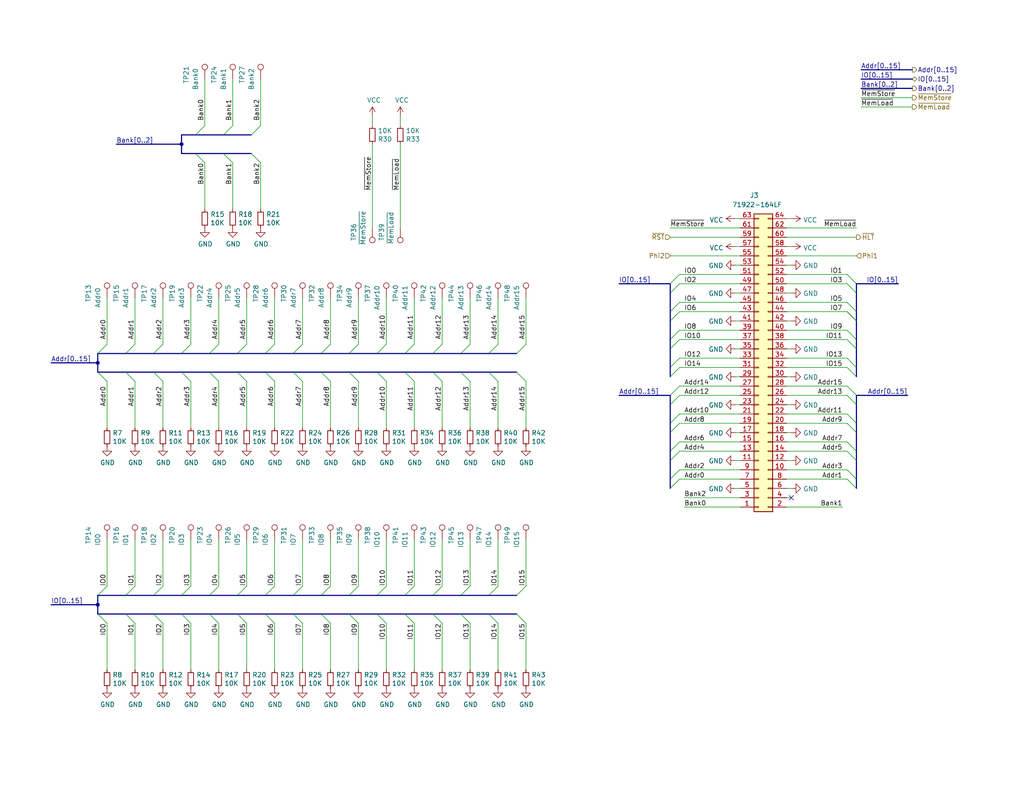
<source format=kicad_sch>
(kicad_sch (version 20250114) (generator "eeschema") (generator_version "9.0")
  (paper "USLetter")
  (title_block (title "Turtle16: System Bus Connector") (date "2023-11-27") (rev "A") (comment 4 "Peripheral devices on separate boards connect to the system bus here."))
  (junction (at 26.67 165.1))
  (junction (at 49.53 39.37))
  (junction (at 26.67 99.06))
  (no_connect (at 215.9 135.89))
  (bus_entry (at 71.12 44.45) (size -2.54 -2.54))
  (bus_entry (at 128.27 160.02) (size -2.54 2.54))
  (bus_entry (at 59.69 160.02) (size -2.54 2.54))
  (bus_entry (at 135.89 170.18) (size -2.54 -2.54))
  (bus_entry (at 185.42 97.79) (size -2.54 2.54))
  (bus_entry (at 231.14 74.93) (size 2.54 2.54))
  (bus_entry (at 55.88 44.45) (size -2.54 -2.54))
  (bus_entry (at 233.68 125.73) (size -2.54 -2.54))
  (bus_entry (at 185.42 105.41) (size -2.54 2.54))
  (bus_entry (at 63.5 34.29) (size -2.54 2.54))
  (bus_entry (at 90.17 93.98) (size -2.54 2.54))
  (bus_entry (at 233.68 115.57) (size -2.54 -2.54))
  (bus_entry (at 185.42 77.47) (size -2.54 2.54))
  (bus_entry (at 185.42 128.27) (size -2.54 2.54))
  (bus_entry (at 82.55 104.14) (size -2.54 -2.54))
  (bus_entry (at 82.55 93.98) (size -2.54 2.54))
  (bus_entry (at 135.89 93.98) (size -2.54 2.54))
  (bus_entry (at 105.41 160.02) (size -2.54 2.54))
  (bus_entry (at 52.07 170.18) (size -2.54 -2.54))
  (bus_entry (at 36.83 104.14) (size -2.54 -2.54))
  (bus_entry (at 90.17 160.02) (size -2.54 2.54))
  (bus_entry (at 29.21 104.14) (size -2.54 -2.54))
  (bus_entry (at 233.68 118.11) (size -2.54 -2.54))
  (bus_entry (at 97.79 104.14) (size -2.54 -2.54))
  (bus_entry (at 63.5 44.45) (size -2.54 -2.54))
  (bus_entry (at 113.03 160.02) (size -2.54 2.54))
  (bus_entry (at 135.89 104.14) (size -2.54 -2.54))
  (bus_entry (at 97.79 170.18) (size -2.54 -2.54))
  (bus_entry (at 231.14 85.09) (size 2.54 2.54))
  (bus_entry (at 52.07 104.14) (size -2.54 -2.54))
  (bus_entry (at 67.31 160.02) (size -2.54 2.54))
  (bus_entry (at 44.45 104.14) (size -2.54 -2.54))
  (bus_entry (at 44.45 93.98) (size -2.54 2.54))
  (bus_entry (at 67.31 93.98) (size -2.54 2.54))
  (bus_entry (at 97.79 93.98) (size -2.54 2.54))
  (bus_entry (at 29.21 93.98) (size -2.54 2.54))
  (bus_entry (at 113.03 170.18) (size -2.54 -2.54))
  (bus_entry (at 44.45 160.02) (size -2.54 2.54))
  (bus_entry (at 185.42 82.55) (size -2.54 2.54))
  (bus_entry (at 128.27 104.14) (size -2.54 -2.54))
  (bus_entry (at 29.21 160.02) (size -2.54 2.54))
  (bus_entry (at 55.88 34.29) (size -2.54 2.54))
  (bus_entry (at 233.68 130.81) (size -2.54 -2.54))
  (bus_entry (at 231.14 85.09) (size 2.54 2.54))
  (bus_entry (at 233.68 110.49) (size -2.54 -2.54))
  (bus_entry (at 36.83 160.02) (size -2.54 2.54))
  (bus_entry (at 231.14 97.79) (size 2.54 2.54))
  (bus_entry (at 185.42 130.81) (size -2.54 2.54))
  (bus_entry (at 74.93 93.98) (size -2.54 2.54))
  (bus_entry (at 185.42 107.95) (size -2.54 2.54))
  (bus_entry (at 143.51 160.02) (size -2.54 2.54))
  (bus_entry (at 59.69 104.14) (size -2.54 -2.54))
  (bus_entry (at 185.42 100.33) (size -2.54 2.54))
  (bus_entry (at 231.14 82.55) (size 2.54 2.54))
  (bus_entry (at 52.07 93.98) (size -2.54 2.54))
  (bus_entry (at 143.51 93.98) (size -2.54 2.54))
  (bus_entry (at 120.65 160.02) (size -2.54 2.54))
  (bus_entry (at 231.14 90.17) (size 2.54 2.54))
  (bus_entry (at 185.42 113.03) (size -2.54 2.54))
  (bus_entry (at 185.42 92.71) (size -2.54 2.54))
  (bus_entry (at 59.69 93.98) (size -2.54 2.54))
  (bus_entry (at 97.79 160.02) (size -2.54 2.54))
  (bus_entry (at 143.51 170.18) (size -2.54 -2.54))
  (bus_entry (at 185.42 120.65) (size -2.54 2.54))
  (bus_entry (at 74.93 104.14) (size -2.54 -2.54))
  (bus_entry (at 90.17 170.18) (size -2.54 -2.54))
  (bus_entry (at 71.12 34.29) (size -2.54 2.54))
  (bus_entry (at 105.41 104.14) (size -2.54 -2.54))
  (bus_entry (at 233.68 133.35) (size -2.54 -2.54))
  (bus_entry (at 82.55 170.18) (size -2.54 -2.54))
  (bus_entry (at 82.55 160.02) (size -2.54 2.54))
  (bus_entry (at 67.31 104.14) (size -2.54 -2.54))
  (bus_entry (at 128.27 170.18) (size -2.54 -2.54))
  (bus_entry (at 59.69 170.18) (size -2.54 -2.54))
  (bus_entry (at 120.65 104.14) (size -2.54 -2.54))
  (bus_entry (at 231.14 100.33) (size 2.54 2.54))
  (bus_entry (at 44.45 170.18) (size -2.54 -2.54))
  (bus_entry (at 233.68 107.95) (size -2.54 -2.54))
  (bus_entry (at 105.41 170.18) (size -2.54 -2.54))
  (bus_entry (at 185.42 90.17) (size -2.54 2.54))
  (bus_entry (at 231.14 77.47) (size 2.54 2.54))
  (bus_entry (at 185.42 123.19) (size -2.54 2.54))
  (bus_entry (at 185.42 115.57) (size -2.54 2.54))
  (bus_entry (at 231.14 92.71) (size 2.54 2.54))
  (bus_entry (at 135.89 160.02) (size -2.54 2.54))
  (bus_entry (at 233.68 123.19) (size -2.54 -2.54))
  (bus_entry (at 52.07 160.02) (size -2.54 2.54))
  (bus_entry (at 67.31 170.18) (size -2.54 -2.54))
  (bus_entry (at 74.93 160.02) (size -2.54 2.54))
  (bus_entry (at 113.03 104.14) (size -2.54 -2.54))
  (bus_entry (at 128.27 93.98) (size -2.54 2.54))
  (bus_entry (at 36.83 170.18) (size -2.54 -2.54))
  (bus_entry (at 90.17 104.14) (size -2.54 -2.54))
  (bus_entry (at 29.21 170.18) (size -2.54 -2.54))
  (bus_entry (at 185.42 85.09) (size -2.54 2.54))
  (bus_entry (at 120.65 93.98) (size -2.54 2.54))
  (bus_entry (at 105.41 93.98) (size -2.54 2.54))
  (bus_entry (at 36.83 93.98) (size -2.54 2.54))
  (bus_entry (at 113.03 93.98) (size -2.54 2.54))
  (bus_entry (at 185.42 74.93) (size -2.54 2.54))
  (bus_entry (at 143.51 104.14) (size -2.54 -2.54))
  (bus_entry (at 120.65 170.18) (size -2.54 -2.54))
  (bus_entry (at 74.93 170.18) (size -2.54 -2.54))
  (bus (pts (xy 102.87 167.64) (xy 110.49 167.64)))
  (bus (pts (xy 57.15 162.56) (xy 64.77 162.56)))
  (bus (pts (xy 110.49 101.6) (xy 118.11 101.6)))
  (wire (pts (xy 185.42 113.03) (xy 201.93 113.03)))
  (bus (pts (xy 233.68 125.73) (xy 233.68 130.81)))
  (wire (pts (xy 215.9 95.25) (xy 214.63 95.25)))
  (bus (pts (xy 182.88 80.01) (xy 182.88 85.09)))
  (wire (pts (xy 214.63 100.33) (xy 231.14 100.33)))
  (wire (pts (xy 113.03 93.98) (xy 113.03 81.28)))
  (wire (pts (xy 214.63 97.79) (xy 231.14 97.79)))
  (bus (pts (xy 182.88 92.71) (xy 182.88 95.25)))
  (wire (pts (xy 231.14 120.65) (xy 214.63 120.65)))
  (bus (pts (xy 31.75 39.37) (xy 49.53 39.37)))
  (wire (pts (xy 59.69 104.14) (xy 59.69 116.84)))
  (bus (pts (xy 26.67 167.64) (xy 34.29 167.64)))
  (wire (pts (xy 229.87 138.43) (xy 214.63 138.43)))
  (bus (pts (xy 87.63 167.64) (xy 95.25 167.64)))
  (bus (pts (xy 133.35 96.52) (xy 140.97 96.52)))
  (bus (pts (xy 53.34 36.83) (xy 49.53 36.83)))
  (wire (pts (xy 97.79 160.02) (xy 97.79 147.32)))
  (bus (pts (xy 182.88 115.57) (xy 182.88 118.11)))
  (bus (pts (xy 233.68 107.95) (xy 233.68 110.49)))
  (bus (pts (xy 64.77 96.52) (xy 72.39 96.52)))
  (wire (pts (xy 55.88 44.45) (xy 55.88 57.15)))
  (bus (pts (xy 26.67 101.6) (xy 26.67 99.06)))
  (wire (pts (xy 135.89 160.02) (xy 135.89 147.32)))
  (bus (pts (xy 118.11 101.6) (xy 125.73 101.6)))
  (wire (pts (xy 101.6 62.23) (xy 101.6 39.37)))
  (wire (pts (xy 185.42 77.47) (xy 201.93 77.47)))
  (wire (pts (xy 113.03 104.14) (xy 113.03 116.84)))
  (bus (pts (xy 233.68 130.81) (xy 233.68 133.35)))
  (bus (pts (xy 49.53 36.83) (xy 49.53 39.37)))
  (wire (pts (xy 233.68 69.85) (xy 214.63 69.85)))
  (wire (pts (xy 90.17 160.02) (xy 90.17 147.32)))
  (wire (pts (xy 200.66 59.69) (xy 201.93 59.69)))
  (bus (pts (xy 233.68 118.11) (xy 233.68 123.19)))
  (wire (pts (xy 97.79 170.18) (xy 97.79 182.88)))
  (bus (pts (xy 80.01 96.52) (xy 87.63 96.52)))
  (wire (pts (xy 82.55 160.02) (xy 82.55 147.32)))
  (bus (pts (xy 80.01 167.64) (xy 87.63 167.64)))
  (bus (pts (xy 182.88 130.81) (xy 182.88 133.35)))
  (wire (pts (xy 215.9 118.11) (xy 214.63 118.11)))
  (wire (pts (xy 90.17 93.98) (xy 90.17 81.28)))
  (wire (pts (xy 105.41 160.02) (xy 105.41 147.32)))
  (bus (pts (xy 49.53 39.37) (xy 49.53 41.91)))
  (bus (pts (xy 41.91 101.6) (xy 49.53 101.6)))
  (bus (pts (xy 41.91 96.52) (xy 49.53 96.52)))
  (bus (pts (xy 49.53 167.64) (xy 57.15 167.64)))
  (wire (pts (xy 185.42 115.57) (xy 201.93 115.57)))
  (bus (pts (xy 49.53 162.56) (xy 57.15 162.56)))
  (wire (pts (xy 185.42 92.71) (xy 201.93 92.71)))
  (wire (pts (xy 128.27 160.02) (xy 128.27 147.32)))
  (wire (pts (xy 90.17 104.14) (xy 90.17 116.84)))
  (wire (pts (xy 200.66 125.73) (xy 201.93 125.73)))
  (bus (pts (xy 60.96 41.91) (xy 68.58 41.91)))
  (wire (pts (xy 200.66 110.49) (xy 201.93 110.49)))
  (wire (pts (xy 185.42 97.79) (xy 201.93 97.79)))
  (wire (pts (xy 185.42 82.55) (xy 201.93 82.55)))
  (bus (pts (xy 26.67 99.06) (xy 26.67 96.52)))
  (wire (pts (xy 185.42 74.93) (xy 201.93 74.93)))
  (bus (pts (xy 233.68 77.47) (xy 245.11 77.47)))
  (bus (pts (xy 182.88 87.63) (xy 182.88 92.71)))
  (wire (pts (xy 120.65 93.98) (xy 120.65 81.28)))
  (wire (pts (xy 29.21 160.02) (xy 29.21 147.32)))
  (bus (pts (xy 80.01 162.56) (xy 87.63 162.56)))
  (bus (pts (xy 233.68 92.71) (xy 233.68 95.25)))
  (wire (pts (xy 74.93 170.18) (xy 74.93 182.88)))
  (wire (pts (xy 29.21 170.18) (xy 29.21 182.88)))
  (bus (pts (xy 234.95 19.05) (xy 248.92 19.05)))
  (bus (pts (xy 182.88 85.09) (xy 182.88 87.63)))
  (bus (pts (xy 182.88 125.73) (xy 182.88 130.81)))
  (bus (pts (xy 102.87 162.56) (xy 110.49 162.56)))
  (wire (pts (xy 97.79 104.14) (xy 97.79 116.84)))
  (wire (pts (xy 52.07 170.18) (xy 52.07 182.88)))
  (bus (pts (xy 95.25 96.52) (xy 102.87 96.52)))
  (bus (pts (xy 57.15 96.52) (xy 64.77 96.52)))
  (bus (pts (xy 125.73 167.64) (xy 133.35 167.64)))
  (wire (pts (xy 44.45 160.02) (xy 44.45 147.32)))
  (wire (pts (xy 182.88 69.85) (xy 201.93 69.85)))
  (wire (pts (xy 128.27 104.14) (xy 128.27 116.84)))
  (wire (pts (xy 231.14 130.81) (xy 214.63 130.81)))
  (wire (pts (xy 201.93 120.65) (xy 185.42 120.65)))
  (bus (pts (xy 234.95 24.13) (xy 248.92 24.13)))
  (wire (pts (xy 200.66 118.11) (xy 201.93 118.11)))
  (wire (pts (xy 44.45 170.18) (xy 44.45 182.88)))
  (wire (pts (xy 200.66 80.01) (xy 201.93 80.01)))
  (bus (pts (xy 64.77 162.56) (xy 72.39 162.56)))
  (bus (pts (xy 233.68 95.25) (xy 233.68 100.33)))
  (wire (pts (xy 67.31 160.02) (xy 67.31 147.32)))
  (wire (pts (xy 214.63 113.03) (xy 231.14 113.03)))
  (wire (pts (xy 52.07 160.02) (xy 52.07 147.32)))
  (wire (pts (xy 82.55 170.18) (xy 82.55 182.88)))
  (bus (pts (xy 118.11 167.64) (xy 125.73 167.64)))
  (bus (pts (xy 182.88 95.25) (xy 182.88 100.33)))
  (wire (pts (xy 143.51 160.02) (xy 143.51 147.32)))
  (bus (pts (xy 13.97 165.1) (xy 26.67 165.1)))
  (wire (pts (xy 215.9 102.87) (xy 214.63 102.87)))
  (bus (pts (xy 233.68 115.57) (xy 233.68 118.11)))
  (bus (pts (xy 57.15 167.64) (xy 64.77 167.64)))
  (wire (pts (xy 215.9 80.01) (xy 214.63 80.01)))
  (wire (pts (xy 214.63 123.19) (xy 231.14 123.19)))
  (wire (pts (xy 200.66 95.25) (xy 201.93 95.25)))
  (bus (pts (xy 26.67 96.52) (xy 34.29 96.52)))
  (bus (pts (xy 34.29 162.56) (xy 41.91 162.56)))
  (bus (pts (xy 233.68 110.49) (xy 233.68 115.57)))
  (bus (pts (xy 168.91 77.47) (xy 182.88 77.47)))
  (bus (pts (xy 125.73 96.52) (xy 133.35 96.52)))
  (wire (pts (xy 231.14 105.41) (xy 214.63 105.41)))
  (wire (pts (xy 113.03 170.18) (xy 113.03 182.88)))
  (wire (pts (xy 36.83 160.02) (xy 36.83 147.32)))
  (wire (pts (xy 185.42 105.41) (xy 201.93 105.41)))
  (wire (pts (xy 214.63 85.09) (xy 231.14 85.09)))
  (bus (pts (xy 234.95 21.59) (xy 248.92 21.59)))
  (wire (pts (xy 200.66 133.35) (xy 201.93 133.35)))
  (bus (pts (xy 26.67 101.6) (xy 34.29 101.6)))
  (wire (pts (xy 231.14 128.27) (xy 214.63 128.27)))
  (bus (pts (xy 95.25 167.64) (xy 102.87 167.64)))
  (wire (pts (xy 214.63 90.17) (xy 231.14 90.17)))
  (wire (pts (xy 120.65 170.18) (xy 120.65 182.88)))
  (bus (pts (xy 182.88 107.95) (xy 182.88 110.49)))
  (bus (pts (xy 60.96 36.83) (xy 53.34 36.83)))
  (wire (pts (xy 231.14 107.95) (xy 214.63 107.95)))
  (wire (pts (xy 59.69 170.18) (xy 59.69 182.88)))
  (wire (pts (xy 185.42 90.17) (xy 201.93 90.17)))
  (wire (pts (xy 67.31 170.18) (xy 67.31 182.88)))
  (bus (pts (xy 72.39 96.52) (xy 80.01 96.52)))
  (bus (pts (xy 110.49 162.56) (xy 118.11 162.56)))
  (bus (pts (xy 110.49 167.64) (xy 118.11 167.64)))
  (wire (pts (xy 63.5 44.45) (xy 63.5 57.15)))
  (wire (pts (xy 214.63 59.69) (xy 215.9 59.69)))
  (bus (pts (xy 87.63 96.52) (xy 95.25 96.52)))
  (wire (pts (xy 231.14 74.93) (xy 214.63 74.93)))
  (wire (pts (xy 105.41 104.14) (xy 105.41 116.84)))
  (bus (pts (xy 168.91 107.95) (xy 182.88 107.95)))
  (wire (pts (xy 82.55 104.14) (xy 82.55 116.84)))
  (bus (pts (xy 233.68 107.95) (xy 247.65 107.95)))
  (wire (pts (xy 74.93 104.14) (xy 74.93 116.84)))
  (wire (pts (xy 200.66 67.31) (xy 201.93 67.31)))
  (wire (pts (xy 185.42 128.27) (xy 201.93 128.27)))
  (bus (pts (xy 49.53 96.52) (xy 57.15 96.52)))
  (bus (pts (xy 13.97 99.06) (xy 26.67 99.06)))
  (wire (pts (xy 182.88 62.23) (xy 201.93 62.23)))
  (bus (pts (xy 68.58 36.83) (xy 60.96 36.83)))
  (wire (pts (xy 215.9 67.31) (xy 214.63 67.31)))
  (bus (pts (xy 233.68 100.33) (xy 233.68 102.87)))
  (wire (pts (xy 36.83 170.18) (xy 36.83 182.88)))
  (wire (pts (xy 214.63 92.71) (xy 231.14 92.71)))
  (bus (pts (xy 34.29 167.64) (xy 41.91 167.64)))
  (wire (pts (xy 135.89 104.14) (xy 135.89 116.84)))
  (wire (pts (xy 143.51 104.14) (xy 143.51 116.84)))
  (bus (pts (xy 72.39 162.56) (xy 80.01 162.56)))
  (wire (pts (xy 200.66 87.63) (xy 201.93 87.63)))
  (wire (pts (xy 215.9 87.63) (xy 214.63 87.63)))
  (wire (pts (xy 59.69 160.02) (xy 59.69 147.32)))
  (bus (pts (xy 26.67 167.64) (xy 26.67 165.1)))
  (bus (pts (xy 118.11 96.52) (xy 125.73 96.52)))
  (wire (pts (xy 201.93 130.81) (xy 185.42 130.81)))
  (bus (pts (xy 233.68 77.47) (xy 233.68 80.01)))
  (wire (pts (xy 82.55 93.98) (xy 82.55 81.28)))
  (bus (pts (xy 118.11 162.56) (xy 125.73 162.56)))
  (bus (pts (xy 182.88 100.33) (xy 182.88 102.87)))
  (wire (pts (xy 55.88 34.29) (xy 55.88 21.59)))
  (wire (pts (xy 234.95 26.67) (xy 248.92 26.67)))
  (wire (pts (xy 101.6 31.75) (xy 101.6 34.29)))
  (bus (pts (xy 133.35 167.64) (xy 140.97 167.64)))
  (wire (pts (xy 36.83 104.14) (xy 36.83 116.84)))
  (bus (pts (xy 34.29 101.6) (xy 41.91 101.6)))
  (wire (pts (xy 97.79 93.98) (xy 97.79 81.28)))
  (wire (pts (xy 143.51 93.98) (xy 143.51 81.28)))
  (bus (pts (xy 72.39 101.6) (xy 80.01 101.6)))
  (wire (pts (xy 128.27 170.18) (xy 128.27 182.88)))
  (wire (pts (xy 128.27 93.98) (xy 128.27 81.28)))
  (bus (pts (xy 34.29 96.52) (xy 41.91 96.52)))
  (wire (pts (xy 109.22 31.75) (xy 109.22 34.29)))
  (wire (pts (xy 201.93 64.77) (xy 182.88 64.77)))
  (bus (pts (xy 102.87 96.52) (xy 110.49 96.52)))
  (wire (pts (xy 215.9 135.89) (xy 214.63 135.89)))
  (wire (pts (xy 113.03 160.02) (xy 113.03 147.32)))
  (bus (pts (xy 64.77 101.6) (xy 72.39 101.6)))
  (bus (pts (xy 182.88 110.49) (xy 182.88 115.57)))
  (bus (pts (xy 87.63 101.6) (xy 95.25 101.6)))
  (bus (pts (xy 133.35 162.56) (xy 140.97 162.56)))
  (wire (pts (xy 67.31 104.14) (xy 67.31 116.84)))
  (wire (pts (xy 120.65 160.02) (xy 120.65 147.32)))
  (wire (pts (xy 233.68 62.23) (xy 214.63 62.23)))
  (bus (pts (xy 125.73 101.6) (xy 133.35 101.6)))
  (wire (pts (xy 234.95 29.21) (xy 248.92 29.21)))
  (wire (pts (xy 44.45 93.98) (xy 44.45 81.28)))
  (wire (pts (xy 215.9 125.73) (xy 214.63 125.73)))
  (bus (pts (xy 110.49 96.52) (xy 118.11 96.52)))
  (wire (pts (xy 200.66 102.87) (xy 201.93 102.87)))
  (wire (pts (xy 185.42 123.19) (xy 201.93 123.19)))
  (bus (pts (xy 41.91 167.64) (xy 49.53 167.64)))
  (wire (pts (xy 201.93 107.95) (xy 185.42 107.95)))
  (bus (pts (xy 233.68 87.63) (xy 233.68 92.71)))
  (bus (pts (xy 49.53 101.6) (xy 57.15 101.6)))
  (bus (pts (xy 72.39 167.64) (xy 80.01 167.64)))
  (bus (pts (xy 57.15 101.6) (xy 64.77 101.6)))
  (wire (pts (xy 74.93 93.98) (xy 74.93 81.28)))
  (bus (pts (xy 233.68 85.09) (xy 233.68 87.63)))
  (bus (pts (xy 233.68 80.01) (xy 233.68 85.09)))
  (bus (pts (xy 26.67 165.1) (xy 26.67 162.56)))
  (wire (pts (xy 71.12 44.45) (xy 71.12 57.15)))
  (wire (pts (xy 231.14 115.57) (xy 214.63 115.57)))
  (bus (pts (xy 102.87 101.6) (xy 110.49 101.6)))
  (bus (pts (xy 64.77 167.64) (xy 72.39 167.64)))
  (wire (pts (xy 135.89 170.18) (xy 135.89 182.88)))
  (bus (pts (xy 133.35 101.6) (xy 140.97 101.6)))
  (bus (pts (xy 80.01 101.6) (xy 87.63 101.6)))
  (wire (pts (xy 143.51 170.18) (xy 143.51 182.88)))
  (bus (pts (xy 95.25 101.6) (xy 102.87 101.6)))
  (wire (pts (xy 36.83 93.98) (xy 36.83 81.28)))
  (wire (pts (xy 215.9 72.39) (xy 214.63 72.39)))
  (wire (pts (xy 185.42 100.33) (xy 201.93 100.33)))
  (wire (pts (xy 214.63 82.55) (xy 231.14 82.55)))
  (wire (pts (xy 44.45 104.14) (xy 44.45 116.84)))
  (bus (pts (xy 41.91 162.56) (xy 49.53 162.56)))
  (wire (pts (xy 109.22 62.23) (xy 109.22 39.37)))
  (wire (pts (xy 231.14 77.47) (xy 214.63 77.47)))
  (wire (pts (xy 105.41 93.98) (xy 105.41 81.28)))
  (wire (pts (xy 120.65 104.14) (xy 120.65 116.84)))
  (wire (pts (xy 135.89 93.98) (xy 135.89 81.28)))
  (wire (pts (xy 67.31 93.98) (xy 67.31 81.28)))
  (bus (pts (xy 26.67 162.56) (xy 34.29 162.56)))
  (wire (pts (xy 29.21 93.98) (xy 29.21 81.28)))
  (wire (pts (xy 52.07 93.98) (xy 52.07 81.28)))
  (wire (pts (xy 233.68 64.77) (xy 214.63 64.77)))
  (wire (pts (xy 105.41 170.18) (xy 105.41 182.88)))
  (bus (pts (xy 182.88 118.11) (xy 182.88 123.19)))
  (wire (pts (xy 71.12 34.29) (xy 71.12 21.59)))
  (wire (pts (xy 185.42 85.09) (xy 201.93 85.09)))
  (wire (pts (xy 90.17 170.18) (xy 90.17 182.88)))
  (bus (pts (xy 95.25 162.56) (xy 102.87 162.56)))
  (bus (pts (xy 87.63 162.56) (xy 95.25 162.56)))
  (bus (pts (xy 53.34 41.91) (xy 60.96 41.91)))
  (bus (pts (xy 125.73 162.56) (xy 133.35 162.56)))
  (wire (pts (xy 52.07 104.14) (xy 52.07 116.84)))
  (wire (pts (xy 215.9 133.35) (xy 214.63 133.35)))
  (wire (pts (xy 29.21 104.14) (xy 29.21 116.84)))
  (wire (pts (xy 215.9 110.49) (xy 214.63 110.49)))
  (wire (pts (xy 63.5 34.29) (xy 63.5 21.59)))
  (wire (pts (xy 186.69 135.89) (xy 201.93 135.89)))
  (wire (pts (xy 59.69 93.98) (xy 59.69 81.28)))
  (bus (pts (xy 182.88 77.47) (xy 182.88 80.01)))
  (bus (pts (xy 182.88 123.19) (xy 182.88 125.73)))
  (bus (pts (xy 233.68 123.19) (xy 233.68 125.73)))
  (wire (pts (xy 200.66 72.39) (xy 201.93 72.39)))
  (wire (pts (xy 74.93 160.02) (xy 74.93 147.32)))
  (bus (pts (xy 49.53 41.91) (xy 53.34 41.91)))
  (wire (pts (xy 186.69 138.43) (xy 201.93 138.43)))
  (label "Addr8" (at 90.17 92.71 90))
  (label "Addr0" (at 29.21 105.41 270))
  (label "Bank0" (at 186.69 138.43 0))
  (label "IO5" (at 67.31 170.18 270))
  (label "Addr10" (at 105.41 105.41 270))
  (label "IO[0..15]" (at 168.91 77.47 0))
  (label "Addr13" (at 128.27 92.71 90))
  (label "IO11" (at 113.03 160.02 90))
  (label "Bank1" (at 229.87 138.43 180))
  (label "IO0" (at 29.21 170.18 270))
  (label "Addr13" (at 229.87 107.95 180))
  (label "Addr15" (at 143.51 92.71 90))
  (label "IO9" (at 97.79 170.18 270))
  (label "Addr15" (at 143.51 105.41 270))
  (label "Bank0" (at 55.88 44.45 270))
  (label "Bank2" (at 71.12 33.02 90))
  (label "Addr2" (at 44.45 105.41 270))
  (label "Addr5" (at 67.31 105.41 270))
  (label "IO1" (at 36.83 160.02 90))
  (label "Addr13" (at 128.27 105.41 270))
  (label "Addr7" (at 82.55 92.71 90))
  (label "Addr3" (at 52.07 92.71 90))
  (label "Addr10" (at 105.41 92.71 90))
  (label "Addr11" (at 113.03 105.41 270))
  (label "Addr6" (at 74.93 92.71 90))
  (label "IO8" (at 90.17 170.18 270))
  (label "Addr4" (at 186.69 123.19 0))
  (label "Bank[0..2]" (at 31.75 39.37 0))
  (label "IO10" (at 186.69 92.71 0))
  (label "IO6" (at 186.69 85.09 0))
  (label "~{MemLoad}" (at 233.68 62.23 180))
  (label "IO15" (at 143.51 170.18 270))
  (label "IO6" (at 74.93 170.18 270))
  (label "IO[0..15]" (at 234.95 21.59 0))
  (label "Addr4" (at 59.69 105.41 270))
  (label "Bank2" (at 186.69 135.89 0))
  (label "IO7" (at 82.55 160.02 90))
  (label "Addr14" (at 135.89 105.41 270))
  (label "Addr8" (at 186.69 115.57 0))
  (label "Addr7" (at 229.87 120.65 180))
  (label "IO7" (at 229.87 85.09 180))
  (label "Addr3" (at 52.07 105.41 270))
  (label "Addr7" (at 82.55 105.41 270))
  (label "Addr1" (at 229.87 130.81 180))
  (label "Bank[0..2]" (at 234.95 24.13 0))
  (label "Addr6" (at 74.93 105.41 270))
  (label "IO7" (at 82.55 170.18 270))
  (label "Addr5" (at 229.87 123.19 180))
  (label "IO1" (at 36.83 170.18 270))
  (label "IO0" (at 186.69 74.93 0))
  (label "IO0" (at 29.21 160.02 90))
  (label "Addr15" (at 229.87 105.41 180))
  (label "~{MemStore}" (at 101.6 52.07 90))
  (label "Addr14" (at 186.69 105.41 0))
  (label "Addr9" (at 229.87 115.57 180))
  (label "IO13" (at 128.27 170.18 270))
  (label "IO11" (at 113.03 170.18 270))
  (label "IO5" (at 229.87 82.55 180))
  (label "Addr9" (at 97.79 105.41 270))
  (label "Addr5" (at 67.31 92.71 90))
  (label "IO6" (at 74.93 160.02 90))
  (label "IO9" (at 97.79 160.02 90))
  (label "IO4" (at 59.69 160.02 90))
  (label "IO15" (at 229.87 100.33 180))
  (label "Addr12" (at 186.69 107.95 0))
  (label "IO12" (at 120.65 160.02 90))
  (label "Addr0" (at 186.69 130.81 0))
  (label "IO2" (at 186.69 77.47 0))
  (label "Addr[0..15]" (at 247.65 107.95 180))
  (label "IO9" (at 229.87 90.17 180))
  (label "IO14" (at 135.89 160.02 90))
  (label "IO11" (at 229.87 92.71 180))
  (label "Bank1" (at 63.5 44.45 270))
  (label "Addr2" (at 44.45 92.71 90))
  (label "IO2" (at 44.45 160.02 90))
  (label "~{MemLoad}" (at 234.95 29.21 0))
  (label "IO10" (at 105.41 170.18 270))
  (label "Addr8" (at 90.17 105.41 270))
  (label "Addr6" (at 186.69 120.65 0))
  (label "IO3" (at 52.07 160.02 90))
  (label "Addr12" (at 120.65 92.71 90))
  (label "IO13" (at 229.87 97.79 180))
  (label "Addr4" (at 59.69 92.71 90))
  (label "IO[0..15]" (at 245.11 77.47 180))
  (label "Addr11" (at 113.03 92.71 90))
  (label "~{MemStore}" (at 234.95 26.67 0))
  (label "IO10" (at 105.41 160.02 90))
  (label "IO4" (at 186.69 82.55 0))
  (label "IO3" (at 229.87 77.47 180))
  (label "IO8" (at 186.69 90.17 0))
  (label "Addr14" (at 135.89 92.71 90))
  (label "~{MemLoad}" (at 109.22 52.07 90))
  (label "IO14" (at 186.69 100.33 0))
  (label "Bank2" (at 71.12 44.45 270))
  (label "Addr12" (at 120.65 105.41 270))
  (label "Addr[0..15]" (at 13.97 99.06 0))
  (label "Addr[0..15]" (at 168.91 107.95 0))
  (label "IO15" (at 143.51 160.02 90))
  (label "Addr0" (at 29.21 92.71 90))
  (label "IO4" (at 59.69 170.18 270))
  (label "Addr10" (at 186.69 113.03 0))
  (label "IO2" (at 44.45 170.18 270))
  (label "IO8" (at 90.17 160.02 90))
  (label "Bank0" (at 55.88 33.02 90))
  (label "IO14" (at 135.89 170.18 270))
  (label "Addr3" (at 229.87 128.27 180))
  (label "IO12" (at 120.65 170.18 270))
  (label "IO5" (at 67.31 160.02 90))
  (label "IO[0..15]" (at 13.97 165.1 0))
  (label "Addr1" (at 36.83 92.71 90))
  (label "Addr[0..15]" (at 234.95 19.05 0))
  (label "IO3" (at 52.07 170.18 270))
  (label "IO12" (at 186.69 97.79 0))
  (label "Bank1" (at 63.5 33.02 90))
  (label "Addr2" (at 186.69 128.27 0))
  (label "Addr1" (at 36.83 105.41 270))
  (label "Addr11" (at 229.87 113.03 180))
  (label "Addr9" (at 97.79 92.71 90))
  (label "~{MemStore}" (at 182.88 62.23 0))
  (label "IO1" (at 229.87 74.93 180))
  (label "IO13" (at 128.27 160.02 90))
  (hierarchical_label "~{RST}" (shape input) (at 182.88 64.77 180))
  (hierarchical_label "~{HLT}" (shape output) (at 233.68 64.77 0))
  (hierarchical_label "IO[0..15]" (shape tri_state) (at 248.92 21.59 0))
  (hierarchical_label "Bank[0..2]" (shape output) (at 248.92 24.13 0))
  (hierarchical_label "~{MemStore}" (shape output) (at 248.92 26.67 0))
  (hierarchical_label "Addr[0..15]" (shape output) (at 248.92 19.05 0))
  (hierarchical_label "Phi1" (shape input) (at 233.68 69.85 0))
  (hierarchical_label "Phi2" (shape input) (at 182.88 69.85 180))
  (hierarchical_label "~{MemLoad}" (shape output) (at 248.92 29.21 0))
  (symbol (lib_id "Connector_Generic:Conn_02x32_Odd_Even") (at 207.01 100.33 0) (mirror x) (unit 1)
    (property "Reference" "J3" (at 207.01 53.34 0) (effects (justify right)))
    (property "Value" "71922-164LF" (at 213.36 55.88 0) (effects (justify right)))
    (property "Footprint" "Connector_IDC:IDC-Header_2x32_P2.54mm_Horizontal" (effects (hide yes)))
    (property "Datasheet" "https://cdn.amphenol-cs.com/media/wysiwyg/files/documentation/datasheet/boardwiretoboard/bwb_quickie.pdf" (effects (hide yes)))
    (property "Manufacturer" "Amphenol FCI" (effects (hide yes)))
    (property "Manufacturer#" "71922-164LF" (effects (hide yes)))
    (property "Mouser#" "649-71922-164LF" (effects (hide yes)))
    (property "Digikey#" "609-5971-ND" (effects (hide yes)))
  )
  (symbol (lib_id "power:GND") (at 215.9 133.35 90) (mirror x) (unit 1)
    (property "Reference" "#PWR0125" (effects (hide yes)))
    (property "Value" "GND" (at 219.1512 133.477 90) (effects (justify right)))
  )
  (symbol (lib_id "power:GND") (at 215.9 80.01 90) (mirror x) (unit 1)
    (property "Reference" "#PWR0118" (effects (hide yes)))
    (property "Value" "GND" (at 219.1512 80.137 90) (effects (justify right)))
  )
  (symbol (lib_id "power:GND") (at 200.66 80.01 270) (unit 1)
    (property "Reference" "#PWR0107" (effects (hide yes)))
    (property "Value" "GND" (at 197.4088 80.137 90) (effects (justify right)))
  )
  (symbol (lib_id "power:VCC") (at 215.9 59.69 270) (unit 1)
    (property "Reference" "#PWR0115" (effects (hide yes)))
    (property "Value" "VCC" (at 219.1512 60.071 90) (effects (justify left)))
  )
  (symbol (lib_id "power:VCC") (at 200.66 59.69 90) (mirror x) (unit 1)
    (property "Reference" "#PWR0104" (effects (hide yes)))
    (property "Value" "VCC" (at 197.4342 60.071 90) (effects (justify left)))
  )
  (symbol (lib_id "power:GND") (at 55.88 62.23 0) (unit 1)
    (property "Reference" "#PWR075" (effects (hide yes)))
    (property "Value" "GND" (at 56.007 66.6242 0))
  )
  (symbol (lib_id "power:GND") (at 63.5 62.23 0) (unit 1)
    (property "Reference" "#PWR078" (effects (hide yes)))
    (property "Value" "GND" (at 63.627 66.6242 0))
  )
  (symbol (lib_id "power:GND") (at 71.12 62.23 0) (unit 1)
    (property "Reference" "#PWR081" (effects (hide yes)))
    (property "Value" "GND" (at 71.247 66.6242 0))
  )
  (symbol (lib_id "Device:R_Small") (at 55.88 59.69 0) (unit 1)
    (property "Reference" "R15" (at 57.3786 58.5216 0) (effects (justify left)))
    (property "Value" "10K" (at 57.3786 60.833 0) (effects (justify left)))
    (property "Footprint" "Resistor_SMD:R_0603_1608Metric" (effects (hide yes)))
    (property "Datasheet" "https://www.mouser.com/datasheet/2/54/cr-1858361.pdf" (effects (hide yes)))
    (property "Manufacturer" "Bourns" (effects (hide yes)))
    (property "Manufacturer#" "CR0603-FX-1002ELF" (effects (hide yes)))
    (property "Mouser#" "652-CR0603FX-1002ELF" (effects (hide yes)))
    (property "Digikey#" "CR0603-FX-1002ELFCT-N" (effects (hide yes)))
  )
  (symbol (lib_id "Device:R_Small") (at 63.5 59.69 0) (unit 1)
    (property "Reference" "R18" (at 64.9986 58.5216 0) (effects (justify left)))
    (property "Value" "10K" (at 64.9986 60.833 0) (effects (justify left)))
    (property "Footprint" "Resistor_SMD:R_0603_1608Metric" (effects (hide yes)))
    (property "Datasheet" "https://www.mouser.com/datasheet/2/54/cr-1858361.pdf" (effects (hide yes)))
    (property "Manufacturer" "Bourns" (effects (hide yes)))
    (property "Manufacturer#" "CR0603-FX-1002ELF" (effects (hide yes)))
    (property "Mouser#" "652-CR0603FX-1002ELF" (effects (hide yes)))
    (property "Digikey#" "CR0603-FX-1002ELFCT-N" (effects (hide yes)))
  )
  (symbol (lib_id "Device:R_Small") (at 71.12 59.69 0) (unit 1)
    (property "Reference" "R21" (at 72.6186 58.5216 0) (effects (justify left)))
    (property "Value" "10K" (at 72.6186 60.833 0) (effects (justify left)))
    (property "Footprint" "Resistor_SMD:R_0603_1608Metric" (effects (hide yes)))
    (property "Datasheet" "https://www.mouser.com/datasheet/2/54/cr-1858361.pdf" (effects (hide yes)))
    (property "Manufacturer" "Bourns" (effects (hide yes)))
    (property "Manufacturer#" "CR0603-FX-1002ELF" (effects (hide yes)))
    (property "Mouser#" "652-CR0603FX-1002ELF" (effects (hide yes)))
    (property "Digikey#" "CR0603-FX-1002ELFCT-N" (effects (hide yes)))
  )
  (symbol (lib_id "power:GND") (at 200.66 118.11 270) (unit 1)
    (property "Reference" "#PWR0112" (effects (hide yes)))
    (property "Value" "GND" (at 197.4088 118.237 90) (effects (justify right)))
  )
  (symbol (lib_id "power:GND") (at 200.66 133.35 270) (unit 1)
    (property "Reference" "#PWR0114" (effects (hide yes)))
    (property "Value" "GND" (at 197.4088 133.477 90) (effects (justify right)))
  )
  (symbol (lib_id "power:GND") (at 200.66 110.49 270) (unit 1)
    (property "Reference" "#PWR0111" (effects (hide yes)))
    (property "Value" "GND" (at 197.4088 110.617 90) (effects (justify right)))
  )
  (symbol (lib_id "power:GND") (at 215.9 87.63 90) (mirror x) (unit 1)
    (property "Reference" "#PWR0119" (effects (hide yes)))
    (property "Value" "GND" (at 219.1512 87.757 90) (effects (justify right)))
  )
  (symbol (lib_id "power:GND") (at 200.66 87.63 270) (unit 1)
    (property "Reference" "#PWR0108" (effects (hide yes)))
    (property "Value" "GND" (at 197.4088 87.757 90) (effects (justify right)))
  )
  (symbol (lib_id "power:GND") (at 200.66 125.73 270) (unit 1)
    (property "Reference" "#PWR0113" (effects (hide yes)))
    (property "Value" "GND" (at 197.4088 125.857 90) (effects (justify right)))
  )
  (symbol (lib_id "power:GND") (at 215.9 110.49 90) (mirror x) (unit 1)
    (property "Reference" "#PWR0122" (effects (hide yes)))
    (property "Value" "GND" (at 219.1512 110.617 90) (effects (justify right)))
  )
  (symbol (lib_id "power:GND") (at 215.9 118.11 90) (mirror x) (unit 1)
    (property "Reference" "#PWR0123" (effects (hide yes)))
    (property "Value" "GND" (at 219.1512 118.237 90) (effects (justify right)))
  )
  (symbol (lib_id "power:GND") (at 215.9 125.73 90) (mirror x) (unit 1)
    (property "Reference" "#PWR0124" (effects (hide yes)))
    (property "Value" "GND" (at 219.1512 125.857 90) (effects (justify right)))
  )
  (symbol (lib_id "power:GND") (at 200.66 72.39 270) (unit 1)
    (property "Reference" "#PWR0106" (effects (hide yes)))
    (property "Value" "GND" (at 197.4088 72.517 90) (effects (justify right)))
  )
  (symbol (lib_id "power:GND") (at 215.9 72.39 90) (mirror x) (unit 1)
    (property "Reference" "#PWR0117" (effects (hide yes)))
    (property "Value" "GND" (at 219.1512 72.517 90) (effects (justify right)))
  )
  (symbol (lib_id "power:GND") (at 200.66 95.25 270) (unit 1)
    (property "Reference" "#PWR0109" (effects (hide yes)))
    (property "Value" "GND" (at 197.4088 95.377 90) (effects (justify right)))
  )
  (symbol (lib_id "power:GND") (at 200.66 102.87 270) (unit 1)
    (property "Reference" "#PWR0110" (effects (hide yes)))
    (property "Value" "GND" (at 197.4088 102.997 90) (effects (justify right)))
  )
  (symbol (lib_id "power:GND") (at 215.9 95.25 90) (mirror x) (unit 1)
    (property "Reference" "#PWR0120" (effects (hide yes)))
    (property "Value" "GND" (at 219.1512 95.377 90) (effects (justify right)))
  )
  (symbol (lib_id "power:GND") (at 215.9 102.87 90) (mirror x) (unit 1)
    (property "Reference" "#PWR0121" (effects (hide yes)))
    (property "Value" "GND" (at 219.1512 102.997 90) (effects (justify right)))
  )
  (symbol (lib_id "power:GND") (at 36.83 187.96 0) (unit 1)
    (property "Reference" "#PWR070" (effects (hide yes)))
    (property "Value" "GND" (at 36.957 192.3542 0))
  )
  (symbol (lib_id "Device:R_Small") (at 44.45 119.38 0) (unit 1)
    (property "Reference" "R11" (at 45.9486 118.2116 0) (effects (justify left)))
    (property "Value" "10K" (at 45.9486 120.523 0) (effects (justify left)))
    (property "Footprint" "Resistor_SMD:R_0603_1608Metric" (effects (hide yes)))
    (property "Datasheet" "https://www.mouser.com/datasheet/2/54/cr-1858361.pdf" (effects (hide yes)))
    (property "Manufacturer" "Bourns" (effects (hide yes)))
    (property "Manufacturer#" "CR0603-FX-1002ELF" (effects (hide yes)))
    (property "Mouser#" "652-CR0603FX-1002ELF" (effects (hide yes)))
    (property "Digikey#" "CR0603-FX-1002ELFCT-N" (effects (hide yes)))
  )
  (symbol (lib_id "Connector:TestPoint") (at 135.89 81.28 0) (unit 1) (in_bom no)
    (property "Reference" "TP46" (at 130.81 82.55 90) (effects (justify left)))
    (property "Value" "Addr14" (at 133.35 81.28 90))
    (property "Footprint" "TestPoint:TestPoint_Pad_D1.0mm" (effects (hide yes)))
  )
  (symbol (lib_id "Device:R_Small") (at 113.03 185.42 0) (unit 1)
    (property "Reference" "R35" (at 114.5286 184.2516 0) (effects (justify left)))
    (property "Value" "10K" (at 114.5286 186.563 0) (effects (justify left)))
    (property "Footprint" "Resistor_SMD:R_0603_1608Metric" (effects (hide yes)))
    (property "Datasheet" "https://www.mouser.com/datasheet/2/54/cr-1858361.pdf" (effects (hide yes)))
    (property "Manufacturer" "Bourns" (effects (hide yes)))
    (property "Manufacturer#" "CR0603-FX-1002ELF" (effects (hide yes)))
    (property "Mouser#" "652-CR0603FX-1002ELF" (effects (hide yes)))
    (property "Digikey#" "CR0603-FX-1002ELFCT-N" (effects (hide yes)))
  )
  (symbol (lib_id "power:GND") (at 97.79 187.96 0) (unit 1)
    (property "Reference" "#PWR089" (effects (hide yes)))
    (property "Value" "GND" (at 97.917 192.3542 0))
  )
  (symbol (lib_id "Connector:TestPoint") (at 74.93 147.32 0) (unit 1) (in_bom no)
    (property "Reference" "TP29" (at 69.85 148.59 90) (effects (justify left)))
    (property "Value" "IO6" (at 72.39 147.32 90))
    (property "Footprint" "TestPoint:TestPoint_Pad_D1.0mm" (effects (hide yes)))
  )
  (symbol (lib_id "Connector:TestPoint") (at 52.07 147.32 0) (unit 1) (in_bom no)
    (property "Reference" "TP20" (at 46.99 148.59 90) (effects (justify left)))
    (property "Value" "IO3" (at 49.53 147.32 90))
    (property "Footprint" "TestPoint:TestPoint_Pad_D1.0mm" (effects (hide yes)))
  )
  (symbol (lib_id "power:GND") (at 120.65 187.96 0) (unit 1)
    (property "Reference" "#PWR097" (effects (hide yes)))
    (property "Value" "GND" (at 120.777 192.3542 0))
  )
  (symbol (lib_id "Device:R_Small") (at 59.69 185.42 0) (unit 1)
    (property "Reference" "R17" (at 61.1886 184.2516 0) (effects (justify left)))
    (property "Value" "10K" (at 61.1886 186.563 0) (effects (justify left)))
    (property "Footprint" "Resistor_SMD:R_0603_1608Metric" (effects (hide yes)))
    (property "Datasheet" "https://www.mouser.com/datasheet/2/54/cr-1858361.pdf" (effects (hide yes)))
    (property "Manufacturer" "Bourns" (effects (hide yes)))
    (property "Manufacturer#" "CR0603-FX-1002ELF" (effects (hide yes)))
    (property "Mouser#" "652-CR0603FX-1002ELF" (effects (hide yes)))
    (property "Digikey#" "CR0603-FX-1002ELFCT-N" (effects (hide yes)))
  )
  (symbol (lib_id "Connector:TestPoint") (at 128.27 81.28 0) (unit 1) (in_bom no)
    (property "Reference" "TP44" (at 123.19 82.55 90) (effects (justify left)))
    (property "Value" "Addr13" (at 125.73 81.28 90))
    (property "Footprint" "TestPoint:TestPoint_Pad_D1.0mm" (effects (hide yes)))
  )
  (symbol (lib_id "Connector:TestPoint") (at 113.03 147.32 0) (unit 1) (in_bom no)
    (property "Reference" "TP41" (at 107.95 148.59 90) (effects (justify left)))
    (property "Value" "IO11" (at 110.49 147.32 90))
    (property "Footprint" "TestPoint:TestPoint_Pad_D1.0mm" (effects (hide yes)))
  )
  (symbol (lib_id "Connector:TestPoint") (at 101.6 62.23 0) (mirror x) (unit 1) (in_bom no)
    (property "Reference" "TP36" (at 96.52 60.96 90) (effects (justify left)))
    (property "Value" "~{MemStore}" (at 99.06 62.23 90))
    (property "Footprint" "TestPoint:TestPoint_Pad_D1.0mm" (effects (hide yes)))
  )
  (symbol (lib_id "power:GND") (at 105.41 121.92 0) (unit 1)
    (property "Reference" "#PWR091" (effects (hide yes)))
    (property "Value" "GND" (at 105.537 126.3142 0))
  )
  (symbol (lib_id "power:GND") (at 82.55 187.96 0) (unit 1)
    (property "Reference" "#PWR085" (effects (hide yes)))
    (property "Value" "GND" (at 82.677 192.3542 0))
  )
  (symbol (lib_id "power:GND") (at 29.21 187.96 0) (unit 1)
    (property "Reference" "#PWR068" (effects (hide yes)))
    (property "Value" "GND" (at 29.337 192.3542 0))
  )
  (symbol (lib_id "power:VCC") (at 109.22 31.75 0) (unit 1)
    (property "Reference" "#PWR093" (effects (hide yes)))
    (property "Value" "VCC" (at 109.6518 27.3558 0))
  )
  (symbol (lib_id "Connector:TestPoint") (at 97.79 81.28 0) (unit 1) (in_bom no)
    (property "Reference" "TP34" (at 92.71 82.55 90) (effects (justify left)))
    (property "Value" "Addr9" (at 95.25 81.28 90))
    (property "Footprint" "TestPoint:TestPoint_Pad_D1.0mm" (effects (hide yes)))
  )
  (symbol (lib_id "power:GND") (at 67.31 121.92 0) (unit 1)
    (property "Reference" "#PWR079" (effects (hide yes)))
    (property "Value" "GND" (at 67.437 126.3142 0))
  )
  (symbol (lib_id "Connector:TestPoint") (at 63.5 21.59 0) (unit 1) (in_bom no)
    (property "Reference" "TP24" (at 58.42 22.86 90) (effects (justify left)))
    (property "Value" "Bank1" (at 60.96 21.59 90))
    (property "Footprint" "TestPoint:TestPoint_Pad_D1.0mm" (effects (hide yes)))
  )
  (symbol (lib_id "Connector:TestPoint") (at 120.65 147.32 0) (unit 1) (in_bom no)
    (property "Reference" "TP43" (at 115.57 148.59 90) (effects (justify left)))
    (property "Value" "IO12" (at 118.11 147.32 90))
    (property "Footprint" "TestPoint:TestPoint_Pad_D1.0mm" (effects (hide yes)))
  )
  (symbol (lib_id "Connector:TestPoint") (at 59.69 81.28 0) (unit 1) (in_bom no)
    (property "Reference" "TP22" (at 54.61 82.55 90) (effects (justify left)))
    (property "Value" "Addr4" (at 57.15 81.28 90))
    (property "Footprint" "TestPoint:TestPoint_Pad_D1.0mm" (effects (hide yes)))
  )
  (symbol (lib_id "power:GND") (at 44.45 121.92 0) (unit 1)
    (property "Reference" "#PWR071" (effects (hide yes)))
    (property "Value" "GND" (at 44.577 126.3142 0))
  )
  (symbol (lib_id "Device:R_Small") (at 105.41 119.38 0) (unit 1)
    (property "Reference" "R31" (at 106.9086 118.2116 0) (effects (justify left)))
    (property "Value" "10K" (at 106.9086 120.523 0) (effects (justify left)))
    (property "Footprint" "Resistor_SMD:R_0603_1608Metric" (effects (hide yes)))
    (property "Datasheet" "https://www.mouser.com/datasheet/2/54/cr-1858361.pdf" (effects (hide yes)))
    (property "Manufacturer" "Bourns" (effects (hide yes)))
    (property "Manufacturer#" "CR0603-FX-1002ELF" (effects (hide yes)))
    (property "Mouser#" "652-CR0603FX-1002ELF" (effects (hide yes)))
    (property "Digikey#" "CR0603-FX-1002ELFCT-N" (effects (hide yes)))
  )
  (symbol (lib_id "power:GND") (at 113.03 121.92 0) (unit 1)
    (property "Reference" "#PWR094" (effects (hide yes)))
    (property "Value" "GND" (at 113.157 126.3142 0))
  )
  (symbol (lib_id "Connector:TestPoint") (at 90.17 81.28 0) (unit 1) (in_bom no)
    (property "Reference" "TP32" (at 85.09 82.55 90) (effects (justify left)))
    (property "Value" "Addr8" (at 87.63 81.28 90))
    (property "Footprint" "TestPoint:TestPoint_Pad_D1.0mm" (effects (hide yes)))
  )
  (symbol (lib_id "power:VCC") (at 215.9 67.31 270) (unit 1)
    (property "Reference" "#PWR0116" (effects (hide yes)))
    (property "Value" "VCC" (at 219.1512 67.691 90) (effects (justify left)))
  )
  (symbol (lib_id "Device:R_Small") (at 44.45 185.42 0) (unit 1)
    (property "Reference" "R12" (at 45.9486 184.2516 0) (effects (justify left)))
    (property "Value" "10K" (at 45.9486 186.563 0) (effects (justify left)))
    (property "Footprint" "Resistor_SMD:R_0603_1608Metric" (effects (hide yes)))
    (property "Datasheet" "https://www.mouser.com/datasheet/2/54/cr-1858361.pdf" (effects (hide yes)))
    (property "Manufacturer" "Bourns" (effects (hide yes)))
    (property "Manufacturer#" "CR0603-FX-1002ELF" (effects (hide yes)))
    (property "Mouser#" "652-CR0603FX-1002ELF" (effects (hide yes)))
    (property "Digikey#" "CR0603-FX-1002ELFCT-N" (effects (hide yes)))
  )
  (symbol (lib_id "Device:R_Small") (at 128.27 185.42 0) (unit 1)
    (property "Reference" "R39" (at 129.7686 184.2516 0) (effects (justify left)))
    (property "Value" "10K" (at 129.7686 186.563 0) (effects (justify left)))
    (property "Footprint" "Resistor_SMD:R_0603_1608Metric" (effects (hide yes)))
    (property "Datasheet" "https://www.mouser.com/datasheet/2/54/cr-1858361.pdf" (effects (hide yes)))
    (property "Manufacturer" "Bourns" (effects (hide yes)))
    (property "Manufacturer#" "CR0603-FX-1002ELF" (effects (hide yes)))
    (property "Mouser#" "652-CR0603FX-1002ELF" (effects (hide yes)))
    (property "Digikey#" "CR0603-FX-1002ELFCT-N" (effects (hide yes)))
  )
  (symbol (lib_id "power:GND") (at 128.27 121.92 0) (unit 1)
    (property "Reference" "#PWR098" (effects (hide yes)))
    (property "Value" "GND" (at 128.397 126.3142 0))
  )
  (symbol (lib_id "power:GND") (at 67.31 187.96 0) (unit 1)
    (property "Reference" "#PWR080" (effects (hide yes)))
    (property "Value" "GND" (at 67.437 192.3542 0))
  )
  (symbol (lib_id "Device:R_Small") (at 59.69 119.38 0) (unit 1)
    (property "Reference" "R16" (at 61.1886 118.2116 0) (effects (justify left)))
    (property "Value" "10K" (at 61.1886 120.523 0) (effects (justify left)))
    (property "Footprint" "Resistor_SMD:R_0603_1608Metric" (effects (hide yes)))
    (property "Datasheet" "https://www.mouser.com/datasheet/2/54/cr-1858361.pdf" (effects (hide yes)))
    (property "Manufacturer" "Bourns" (effects (hide yes)))
    (property "Manufacturer#" "CR0603-FX-1002ELF" (effects (hide yes)))
    (property "Mouser#" "652-CR0603FX-1002ELF" (effects (hide yes)))
    (property "Digikey#" "CR0603-FX-1002ELFCT-N" (effects (hide yes)))
  )
  (symbol (lib_id "Connector:TestPoint") (at 52.07 81.28 0) (unit 1) (in_bom no)
    (property "Reference" "TP19" (at 46.99 82.55 90) (effects (justify left)))
    (property "Value" "Addr3" (at 49.53 81.28 90))
    (property "Footprint" "TestPoint:TestPoint_Pad_D1.0mm" (effects (hide yes)))
  )
  (symbol (lib_id "Connector:TestPoint") (at 71.12 21.59 0) (unit 1) (in_bom no)
    (property "Reference" "TP27" (at 66.04 22.86 90) (effects (justify left)))
    (property "Value" "Bank2" (at 68.58 21.59 90))
    (property "Footprint" "TestPoint:TestPoint_Pad_D1.0mm" (effects (hide yes)))
  )
  (symbol (lib_id "Device:R_Small") (at 90.17 119.38 0) (unit 1)
    (property "Reference" "R26" (at 91.6686 118.2116 0) (effects (justify left)))
    (property "Value" "10K" (at 91.6686 120.523 0) (effects (justify left)))
    (property "Footprint" "Resistor_SMD:R_0603_1608Metric" (effects (hide yes)))
    (property "Datasheet" "https://www.mouser.com/datasheet/2/54/cr-1858361.pdf" (effects (hide yes)))
    (property "Manufacturer" "Bourns" (effects (hide yes)))
    (property "Manufacturer#" "CR0603-FX-1002ELF" (effects (hide yes)))
    (property "Mouser#" "652-CR0603FX-1002ELF" (effects (hide yes)))
    (property "Digikey#" "CR0603-FX-1002ELFCT-N" (effects (hide yes)))
  )
  (symbol (lib_id "power:GND") (at 143.51 121.92 0) (unit 1)
    (property "Reference" "#PWR0102" (effects (hide yes)))
    (property "Value" "GND" (at 143.637 126.3142 0))
  )
  (symbol (lib_id "Device:R_Small") (at 97.79 185.42 0) (unit 1)
    (property "Reference" "R29" (at 99.2886 184.2516 0) (effects (justify left)))
    (property "Value" "10K" (at 99.2886 186.563 0) (effects (justify left)))
    (property "Footprint" "Resistor_SMD:R_0603_1608Metric" (effects (hide yes)))
    (property "Datasheet" "https://www.mouser.com/datasheet/2/54/cr-1858361.pdf" (effects (hide yes)))
    (property "Manufacturer" "Bourns" (effects (hide yes)))
    (property "Manufacturer#" "CR0603-FX-1002ELF" (effects (hide yes)))
    (property "Mouser#" "652-CR0603FX-1002ELF" (effects (hide yes)))
    (property "Digikey#" "CR0603-FX-1002ELFCT-N" (effects (hide yes)))
  )
  (symbol (lib_id "Connector:TestPoint") (at 36.83 147.32 0) (unit 1) (in_bom no)
    (property "Reference" "TP16" (at 31.75 148.59 90) (effects (justify left)))
    (property "Value" "IO1" (at 34.29 147.32 90))
    (property "Footprint" "TestPoint:TestPoint_Pad_D1.0mm" (effects (hide yes)))
  )
  (symbol (lib_id "Connector:TestPoint") (at 44.45 147.32 0) (unit 1) (in_bom no)
    (property "Reference" "TP18" (at 39.37 148.59 90) (effects (justify left)))
    (property "Value" "IO2" (at 41.91 147.32 90))
    (property "Footprint" "TestPoint:TestPoint_Pad_D1.0mm" (effects (hide yes)))
  )
  (symbol (lib_id "power:GND") (at 120.65 121.92 0) (unit 1)
    (property "Reference" "#PWR096" (effects (hide yes)))
    (property "Value" "GND" (at 120.777 126.3142 0))
  )
  (symbol (lib_id "Connector:TestPoint") (at 128.27 147.32 0) (unit 1) (in_bom no)
    (property "Reference" "TP45" (at 123.19 148.59 90) (effects (justify left)))
    (property "Value" "IO13" (at 125.73 147.32 90))
    (property "Footprint" "TestPoint:TestPoint_Pad_D1.0mm" (effects (hide yes)))
  )
  (symbol (lib_id "Connector:TestPoint") (at 82.55 81.28 0) (unit 1) (in_bom no)
    (property "Reference" "TP30" (at 77.47 82.55 90) (effects (justify left)))
    (property "Value" "Addr7" (at 80.01 81.28 90))
    (property "Footprint" "TestPoint:TestPoint_Pad_D1.0mm" (effects (hide yes)))
  )
  (symbol (lib_id "Connector:TestPoint") (at 109.22 62.23 0) (mirror x) (unit 1) (in_bom no)
    (property "Reference" "TP39" (at 104.14 60.96 90) (effects (justify left)))
    (property "Value" "~{MemLoad}" (at 106.68 62.23 90))
    (property "Footprint" "TestPoint:TestPoint_Pad_D1.0mm" (effects (hide yes)))
  )
  (symbol (lib_id "Connector:TestPoint") (at 143.51 147.32 0) (unit 1) (in_bom no)
    (property "Reference" "TP49" (at 138.43 148.59 90) (effects (justify left)))
    (property "Value" "IO15" (at 140.97 147.32 90))
    (property "Footprint" "TestPoint:TestPoint_Pad_D1.0mm" (effects (hide yes)))
  )
  (symbol (lib_id "Device:R_Small") (at 74.93 119.38 0) (unit 1)
    (property "Reference" "R22" (at 76.4286 118.2116 0) (effects (justify left)))
    (property "Value" "10K" (at 76.4286 120.523 0) (effects (justify left)))
    (property "Footprint" "Resistor_SMD:R_0603_1608Metric" (effects (hide yes)))
    (property "Datasheet" "https://www.mouser.com/datasheet/2/54/cr-1858361.pdf" (effects (hide yes)))
    (property "Manufacturer" "Bourns" (effects (hide yes)))
    (property "Manufacturer#" "CR0603-FX-1002ELF" (effects (hide yes)))
    (property "Mouser#" "652-CR0603FX-1002ELF" (effects (hide yes)))
    (property "Digikey#" "CR0603-FX-1002ELFCT-N" (effects (hide yes)))
  )
  (symbol (lib_id "Device:R_Small") (at 113.03 119.38 0) (unit 1)
    (property "Reference" "R34" (at 114.5286 118.2116 0) (effects (justify left)))
    (property "Value" "10K" (at 114.5286 120.523 0) (effects (justify left)))
    (property "Footprint" "Resistor_SMD:R_0603_1608Metric" (effects (hide yes)))
    (property "Datasheet" "https://www.mouser.com/datasheet/2/54/cr-1858361.pdf" (effects (hide yes)))
    (property "Manufacturer" "Bourns" (effects (hide yes)))
    (property "Manufacturer#" "CR0603-FX-1002ELF" (effects (hide yes)))
    (property "Mouser#" "652-CR0603FX-1002ELF" (effects (hide yes)))
    (property "Digikey#" "CR0603-FX-1002ELFCT-N" (effects (hide yes)))
  )
  (symbol (lib_id "power:GND") (at 113.03 187.96 0) (unit 1)
    (property "Reference" "#PWR095" (effects (hide yes)))
    (property "Value" "GND" (at 113.157 192.3542 0))
  )
  (symbol (lib_id "Connector:TestPoint") (at 113.03 81.28 0) (unit 1) (in_bom no)
    (property "Reference" "TP40" (at 107.95 82.55 90) (effects (justify left)))
    (property "Value" "Addr11" (at 110.49 81.28 90))
    (property "Footprint" "TestPoint:TestPoint_Pad_D1.0mm" (effects (hide yes)))
  )
  (symbol (lib_id "Device:R_Small") (at 74.93 185.42 0) (unit 1)
    (property "Reference" "R23" (at 76.4286 184.2516 0) (effects (justify left)))
    (property "Value" "10K" (at 76.4286 186.563 0) (effects (justify left)))
    (property "Footprint" "Resistor_SMD:R_0603_1608Metric" (effects (hide yes)))
    (property "Datasheet" "https://www.mouser.com/datasheet/2/54/cr-1858361.pdf" (effects (hide yes)))
    (property "Manufacturer" "Bourns" (effects (hide yes)))
    (property "Manufacturer#" "CR0603-FX-1002ELF" (effects (hide yes)))
    (property "Mouser#" "652-CR0603FX-1002ELF" (effects (hide yes)))
    (property "Digikey#" "CR0603-FX-1002ELFCT-N" (effects (hide yes)))
  )
  (symbol (lib_id "Device:R_Small") (at 135.89 185.42 0) (unit 1)
    (property "Reference" "R41" (at 137.3886 184.2516 0) (effects (justify left)))
    (property "Value" "10K" (at 137.3886 186.563 0) (effects (justify left)))
    (property "Footprint" "Resistor_SMD:R_0603_1608Metric" (effects (hide yes)))
    (property "Datasheet" "https://www.mouser.com/datasheet/2/54/cr-1858361.pdf" (effects (hide yes)))
    (property "Manufacturer" "Bourns" (effects (hide yes)))
    (property "Manufacturer#" "CR0603-FX-1002ELF" (effects (hide yes)))
    (property "Mouser#" "652-CR0603FX-1002ELF" (effects (hide yes)))
    (property "Digikey#" "CR0603-FX-1002ELFCT-N" (effects (hide yes)))
  )
  (symbol (lib_id "Connector:TestPoint") (at 29.21 147.32 0) (unit 1) (in_bom no)
    (property "Reference" "TP14" (at 24.13 148.59 90) (effects (justify left)))
    (property "Value" "IO0" (at 26.67 147.32 90))
    (property "Footprint" "TestPoint:TestPoint_Pad_D1.0mm" (effects (hide yes)))
  )
  (symbol (lib_id "Connector:TestPoint") (at 97.79 147.32 0) (unit 1) (in_bom no)
    (property "Reference" "TP35" (at 92.71 148.59 90) (effects (justify left)))
    (property "Value" "IO9" (at 95.25 147.32 90))
    (property "Footprint" "TestPoint:TestPoint_Pad_D1.0mm" (effects (hide yes)))
  )
  (symbol (lib_id "Connector:TestPoint") (at 105.41 81.28 0) (unit 1) (in_bom no)
    (property "Reference" "TP37" (at 100.33 82.55 90) (effects (justify left)))
    (property "Value" "Addr10" (at 102.87 81.28 90))
    (property "Footprint" "TestPoint:TestPoint_Pad_D1.0mm" (effects (hide yes)))
  )
  (symbol (lib_id "power:GND") (at 74.93 121.92 0) (unit 1)
    (property "Reference" "#PWR082" (effects (hide yes)))
    (property "Value" "GND" (at 75.057 126.3142 0))
  )
  (symbol (lib_id "power:GND") (at 82.55 121.92 0) (unit 1)
    (property "Reference" "#PWR084" (effects (hide yes)))
    (property "Value" "GND" (at 82.677 126.3142 0))
  )
  (symbol (lib_id "Device:R_Small") (at 82.55 119.38 0) (unit 1)
    (property "Reference" "R24" (at 84.0486 118.2116 0) (effects (justify left)))
    (property "Value" "10K" (at 84.0486 120.523 0) (effects (justify left)))
    (property "Footprint" "Resistor_SMD:R_0603_1608Metric" (effects (hide yes)))
    (property "Datasheet" "https://www.mouser.com/datasheet/2/54/cr-1858361.pdf" (effects (hide yes)))
    (property "Manufacturer" "Bourns" (effects (hide yes)))
    (property "Manufacturer#" "CR0603-FX-1002ELF" (effects (hide yes)))
    (property "Mouser#" "652-CR0603FX-1002ELF" (effects (hide yes)))
    (property "Digikey#" "CR0603-FX-1002ELFCT-N" (effects (hide yes)))
  )
  (symbol (lib_id "Connector:TestPoint") (at 74.93 81.28 0) (unit 1) (in_bom no)
    (property "Reference" "TP28" (at 69.85 82.55 90) (effects (justify left)))
    (property "Value" "Addr6" (at 72.39 81.28 90))
    (property "Footprint" "TestPoint:TestPoint_Pad_D1.0mm" (effects (hide yes)))
  )
  (symbol (lib_id "Device:R_Small") (at 29.21 185.42 0) (unit 1)
    (property "Reference" "R8" (at 30.7086 184.2516 0) (effects (justify left)))
    (property "Value" "10K" (at 30.7086 186.563 0) (effects (justify left)))
    (property "Footprint" "Resistor_SMD:R_0603_1608Metric" (effects (hide yes)))
    (property "Datasheet" "https://www.mouser.com/datasheet/2/54/cr-1858361.pdf" (effects (hide yes)))
    (property "Manufacturer" "Bourns" (effects (hide yes)))
    (property "Manufacturer#" "CR0603-FX-1002ELF" (effects (hide yes)))
    (property "Mouser#" "652-CR0603FX-1002ELF" (effects (hide yes)))
    (property "Digikey#" "CR0603-FX-1002ELFCT-N" (effects (hide yes)))
  )
  (symbol (lib_id "power:VCC") (at 101.6 31.75 0) (unit 1)
    (property "Reference" "#PWR090" (effects (hide yes)))
    (property "Value" "VCC" (at 102.0318 27.3558 0))
  )
  (symbol (lib_id "Device:R_Small") (at 52.07 185.42 0) (unit 1)
    (property "Reference" "R14" (at 53.5686 184.2516 0) (effects (justify left)))
    (property "Value" "10K" (at 53.5686 186.563 0) (effects (justify left)))
    (property "Footprint" "Resistor_SMD:R_0603_1608Metric" (effects (hide yes)))
    (property "Datasheet" "https://www.mouser.com/datasheet/2/54/cr-1858361.pdf" (effects (hide yes)))
    (property "Manufacturer" "Bourns" (effects (hide yes)))
    (property "Manufacturer#" "CR0603-FX-1002ELF" (effects (hide yes)))
    (property "Mouser#" "652-CR0603FX-1002ELF" (effects (hide yes)))
    (property "Digikey#" "CR0603-FX-1002ELFCT-N" (effects (hide yes)))
  )
  (symbol (lib_id "Device:R_Small") (at 67.31 185.42 0) (unit 1)
    (property "Reference" "R20" (at 68.8086 184.2516 0) (effects (justify left)))
    (property "Value" "10K" (at 68.8086 186.563 0) (effects (justify left)))
    (property "Footprint" "Resistor_SMD:R_0603_1608Metric" (effects (hide yes)))
    (property "Datasheet" "https://www.mouser.com/datasheet/2/54/cr-1858361.pdf" (effects (hide yes)))
    (property "Manufacturer" "Bourns" (effects (hide yes)))
    (property "Manufacturer#" "CR0603-FX-1002ELF" (effects (hide yes)))
    (property "Mouser#" "652-CR0603FX-1002ELF" (effects (hide yes)))
    (property "Digikey#" "CR0603-FX-1002ELFCT-N" (effects (hide yes)))
  )
  (symbol (lib_id "Device:R_Small") (at 52.07 119.38 0) (unit 1)
    (property "Reference" "R13" (at 53.5686 118.2116 0) (effects (justify left)))
    (property "Value" "10K" (at 53.5686 120.523 0) (effects (justify left)))
    (property "Footprint" "Resistor_SMD:R_0603_1608Metric" (effects (hide yes)))
    (property "Datasheet" "https://www.mouser.com/datasheet/2/54/cr-1858361.pdf" (effects (hide yes)))
    (property "Manufacturer" "Bourns" (effects (hide yes)))
    (property "Manufacturer#" "CR0603-FX-1002ELF" (effects (hide yes)))
    (property "Mouser#" "652-CR0603FX-1002ELF" (effects (hide yes)))
    (property "Digikey#" "CR0603-FX-1002ELFCT-N" (effects (hide yes)))
  )
  (symbol (lib_id "Device:R_Small") (at 105.41 185.42 0) (unit 1)
    (property "Reference" "R32" (at 106.9086 184.2516 0) (effects (justify left)))
    (property "Value" "10K" (at 106.9086 186.563 0) (effects (justify left)))
    (property "Footprint" "Resistor_SMD:R_0603_1608Metric" (effects (hide yes)))
    (property "Datasheet" "https://www.mouser.com/datasheet/2/54/cr-1858361.pdf" (effects (hide yes)))
    (property "Manufacturer" "Bourns" (effects (hide yes)))
    (property "Manufacturer#" "CR0603-FX-1002ELF" (effects (hide yes)))
    (property "Mouser#" "652-CR0603FX-1002ELF" (effects (hide yes)))
    (property "Digikey#" "CR0603-FX-1002ELFCT-N" (effects (hide yes)))
  )
  (symbol (lib_id "power:GND") (at 59.69 121.92 0) (unit 1)
    (property "Reference" "#PWR076" (effects (hide yes)))
    (property "Value" "GND" (at 59.817 126.3142 0))
  )
  (symbol (lib_id "Connector:TestPoint") (at 135.89 147.32 0) (unit 1) (in_bom no)
    (property "Reference" "TP47" (at 130.81 148.59 90) (effects (justify left)))
    (property "Value" "IO14" (at 133.35 147.32 90))
    (property "Footprint" "TestPoint:TestPoint_Pad_D1.0mm" (effects (hide yes)))
  )
  (symbol (lib_id "Device:R_Small") (at 120.65 119.38 0) (unit 1)
    (property "Reference" "R36" (at 122.1486 118.2116 0) (effects (justify left)))
    (property "Value" "10K" (at 122.1486 120.523 0) (effects (justify left)))
    (property "Footprint" "Resistor_SMD:R_0603_1608Metric" (effects (hide yes)))
    (property "Datasheet" "https://www.mouser.com/datasheet/2/54/cr-1858361.pdf" (effects (hide yes)))
    (property "Manufacturer" "Bourns" (effects (hide yes)))
    (property "Manufacturer#" "CR0603-FX-1002ELF" (effects (hide yes)))
    (property "Mouser#" "652-CR0603FX-1002ELF" (effects (hide yes)))
    (property "Digikey#" "CR0603-FX-1002ELFCT-N" (effects (hide yes)))
  )
  (symbol (lib_id "Connector:TestPoint") (at 82.55 147.32 0) (unit 1) (in_bom no)
    (property "Reference" "TP31" (at 77.47 148.59 90) (effects (justify left)))
    (property "Value" "IO7" (at 80.01 147.32 90))
    (property "Footprint" "TestPoint:TestPoint_Pad_D1.0mm" (effects (hide yes)))
  )
  (symbol (lib_id "power:GND") (at 59.69 187.96 0) (unit 1)
    (property "Reference" "#PWR077" (effects (hide yes)))
    (property "Value" "GND" (at 59.817 192.3542 0))
  )
  (symbol (lib_id "Device:R_Small") (at 36.83 185.42 0) (unit 1)
    (property "Reference" "R10" (at 38.3286 184.2516 0) (effects (justify left)))
    (property "Value" "10K" (at 38.3286 186.563 0) (effects (justify left)))
    (property "Footprint" "Resistor_SMD:R_0603_1608Metric" (effects (hide yes)))
    (property "Datasheet" "https://www.mouser.com/datasheet/2/54/cr-1858361.pdf" (effects (hide yes)))
    (property "Manufacturer" "Bourns" (effects (hide yes)))
    (property "Manufacturer#" "CR0603-FX-1002ELF" (effects (hide yes)))
    (property "Mouser#" "652-CR0603FX-1002ELF" (effects (hide yes)))
    (property "Digikey#" "CR0603-FX-1002ELFCT-N" (effects (hide yes)))
  )
  (symbol (lib_id "Device:R_Small") (at 109.22 36.83 0) (mirror x) (unit 1)
    (property "Reference" "R33" (at 110.7186 37.9984 0) (effects (justify left)))
    (property "Value" "10K" (at 110.7186 35.687 0) (effects (justify left)))
    (property "Footprint" "Resistor_SMD:R_0603_1608Metric" (effects (hide yes)))
    (property "Datasheet" "https://www.mouser.com/datasheet/2/54/cr-1858361.pdf" (effects (hide yes)))
    (property "Manufacturer" "Bourns" (effects (hide yes)))
    (property "Manufacturer#" "CR0603-FX-1002ELF" (effects (hide yes)))
    (property "Mouser#" "652-CR0603FX-1002ELF" (effects (hide yes)))
    (property "Digikey#" "CR0603-FX-1002ELFCT-N" (effects (hide yes)))
  )
  (symbol (lib_id "Device:R_Small") (at 36.83 119.38 0) (unit 1)
    (property "Reference" "R9" (at 38.3286 118.2116 0) (effects (justify left)))
    (property "Value" "10K" (at 38.3286 120.523 0) (effects (justify left)))
    (property "Footprint" "Resistor_SMD:R_0603_1608Metric" (effects (hide yes)))
    (property "Datasheet" "https://www.mouser.com/datasheet/2/54/cr-1858361.pdf" (effects (hide yes)))
    (property "Manufacturer" "Bourns" (effects (hide yes)))
    (property "Manufacturer#" "CR0603-FX-1002ELF" (effects (hide yes)))
    (property "Mouser#" "652-CR0603FX-1002ELF" (effects (hide yes)))
    (property "Digikey#" "CR0603-FX-1002ELFCT-N" (effects (hide yes)))
  )
  (symbol (lib_id "Device:R_Small") (at 67.31 119.38 0) (unit 1)
    (property "Reference" "R19" (at 68.8086 118.2116 0) (effects (justify left)))
    (property "Value" "10K" (at 68.8086 120.523 0) (effects (justify left)))
    (property "Footprint" "Resistor_SMD:R_0603_1608Metric" (effects (hide yes)))
    (property "Datasheet" "https://www.mouser.com/datasheet/2/54/cr-1858361.pdf" (effects (hide yes)))
    (property "Manufacturer" "Bourns" (effects (hide yes)))
    (property "Manufacturer#" "CR0603-FX-1002ELF" (effects (hide yes)))
    (property "Mouser#" "652-CR0603FX-1002ELF" (effects (hide yes)))
    (property "Digikey#" "CR0603-FX-1002ELFCT-N" (effects (hide yes)))
  )
  (symbol (lib_id "power:GND") (at 44.45 187.96 0) (unit 1)
    (property "Reference" "#PWR072" (effects (hide yes)))
    (property "Value" "GND" (at 44.577 192.3542 0))
  )
  (symbol (lib_id "power:GND") (at 128.27 187.96 0) (unit 1)
    (property "Reference" "#PWR099" (effects (hide yes)))
    (property "Value" "GND" (at 128.397 192.3542 0))
  )
  (symbol (lib_id "Connector:TestPoint") (at 120.65 81.28 0) (unit 1) (in_bom no)
    (property "Reference" "TP42" (at 115.57 82.55 90) (effects (justify left)))
    (property "Value" "Addr12" (at 118.11 81.28 90))
    (property "Footprint" "TestPoint:TestPoint_Pad_D1.0mm" (effects (hide yes)))
  )
  (symbol (lib_id "Connector:TestPoint") (at 59.69 147.32 0) (unit 1) (in_bom no)
    (property "Reference" "TP23" (at 54.61 148.59 90) (effects (justify left)))
    (property "Value" "IO4" (at 57.15 147.32 90))
    (property "Footprint" "TestPoint:TestPoint_Pad_D1.0mm" (effects (hide yes)))
  )
  (symbol (lib_id "Device:R_Small") (at 97.79 119.38 0) (unit 1)
    (property "Reference" "R28" (at 99.2886 118.2116 0) (effects (justify left)))
    (property "Value" "10K" (at 99.2886 120.523 0) (effects (justify left)))
    (property "Footprint" "Resistor_SMD:R_0603_1608Metric" (effects (hide yes)))
    (property "Datasheet" "https://www.mouser.com/datasheet/2/54/cr-1858361.pdf" (effects (hide yes)))
    (property "Manufacturer" "Bourns" (effects (hide yes)))
    (property "Manufacturer#" "CR0603-FX-1002ELF" (effects (hide yes)))
    (property "Mouser#" "652-CR0603FX-1002ELF" (effects (hide yes)))
    (property "Digikey#" "CR0603-FX-1002ELFCT-N" (effects (hide yes)))
  )
  (symbol (lib_id "Device:R_Small") (at 101.6 36.83 0) (mirror x) (unit 1)
    (property "Reference" "R30" (at 103.0986 37.9984 0) (effects (justify left)))
    (property "Value" "10K" (at 103.0986 35.687 0) (effects (justify left)))
    (property "Footprint" "Resistor_SMD:R_0603_1608Metric" (effects (hide yes)))
    (property "Datasheet" "https://www.mouser.com/datasheet/2/54/cr-1858361.pdf" (effects (hide yes)))
    (property "Manufacturer" "Bourns" (effects (hide yes)))
    (property "Manufacturer#" "CR0603-FX-1002ELF" (effects (hide yes)))
    (property "Mouser#" "652-CR0603FX-1002ELF" (effects (hide yes)))
    (property "Digikey#" "CR0603-FX-1002ELFCT-N" (effects (hide yes)))
  )
  (symbol (lib_id "power:GND") (at 135.89 187.96 0) (unit 1)
    (property "Reference" "#PWR0101" (effects (hide yes)))
    (property "Value" "GND" (at 136.017 192.3542 0))
  )
  (symbol (lib_id "power:GND") (at 143.51 187.96 0) (unit 1)
    (property "Reference" "#PWR0103" (effects (hide yes)))
    (property "Value" "GND" (at 143.637 192.3542 0))
  )
  (symbol (lib_id "Device:R_Small") (at 82.55 185.42 0) (unit 1)
    (property "Reference" "R25" (at 84.0486 184.2516 0) (effects (justify left)))
    (property "Value" "10K" (at 84.0486 186.563 0) (effects (justify left)))
    (property "Footprint" "Resistor_SMD:R_0603_1608Metric" (effects (hide yes)))
    (property "Datasheet" "https://www.mouser.com/datasheet/2/54/cr-1858361.pdf" (effects (hide yes)))
    (property "Manufacturer" "Bourns" (effects (hide yes)))
    (property "Manufacturer#" "CR0603-FX-1002ELF" (effects (hide yes)))
    (property "Mouser#" "652-CR0603FX-1002ELF" (effects (hide yes)))
    (property "Digikey#" "CR0603-FX-1002ELFCT-N" (effects (hide yes)))
  )
  (symbol (lib_id "Connector:TestPoint") (at 143.51 81.28 0) (unit 1) (in_bom no)
    (property "Reference" "TP48" (at 138.43 82.55 90) (effects (justify left)))
    (property "Value" "Addr15" (at 140.97 81.28 90))
    (property "Footprint" "TestPoint:TestPoint_Pad_D1.0mm" (effects (hide yes)))
  )
  (symbol (lib_id "Device:R_Small") (at 143.51 185.42 0) (unit 1)
    (property "Reference" "R43" (at 145.0086 184.2516 0) (effects (justify left)))
    (property "Value" "10K" (at 145.0086 186.563 0) (effects (justify left)))
    (property "Footprint" "Resistor_SMD:R_0603_1608Metric" (effects (hide yes)))
    (property "Datasheet" "https://www.mouser.com/datasheet/2/54/cr-1858361.pdf" (effects (hide yes)))
    (property "Manufacturer" "Bourns" (effects (hide yes)))
    (property "Manufacturer#" "CR0603-FX-1002ELF" (effects (hide yes)))
    (property "Mouser#" "652-CR0603FX-1002ELF" (effects (hide yes)))
    (property "Digikey#" "CR0603-FX-1002ELFCT-N" (effects (hide yes)))
  )
  (symbol (lib_id "power:GND") (at 105.41 187.96 0) (unit 1)
    (property "Reference" "#PWR092" (effects (hide yes)))
    (property "Value" "GND" (at 105.537 192.3542 0))
  )
  (symbol (lib_id "Device:R_Small") (at 29.21 119.38 0) (unit 1)
    (property "Reference" "R7" (at 30.7086 118.2116 0) (effects (justify left)))
    (property "Value" "10K" (at 30.7086 120.523 0) (effects (justify left)))
    (property "Footprint" "Resistor_SMD:R_0603_1608Metric" (effects (hide yes)))
    (property "Datasheet" "https://www.mouser.com/datasheet/2/54/cr-1858361.pdf" (effects (hide yes)))
    (property "Manufacturer" "Bourns" (effects (hide yes)))
    (property "Manufacturer#" "CR0603-FX-1002ELF" (effects (hide yes)))
    (property "Mouser#" "652-CR0603FX-1002ELF" (effects (hide yes)))
    (property "Digikey#" "CR0603-FX-1002ELFCT-N" (effects (hide yes)))
  )
  (symbol (lib_id "power:GND") (at 90.17 121.92 0) (unit 1)
    (property "Reference" "#PWR086" (effects (hide yes)))
    (property "Value" "GND" (at 90.297 126.3142 0))
  )
  (symbol (lib_id "power:GND") (at 52.07 121.92 0) (unit 1)
    (property "Reference" "#PWR073" (effects (hide yes)))
    (property "Value" "GND" (at 52.197 126.3142 0))
  )
  (symbol (lib_id "power:GND") (at 36.83 121.92 0) (unit 1)
    (property "Reference" "#PWR069" (effects (hide yes)))
    (property "Value" "GND" (at 36.957 126.3142 0))
  )
  (symbol (lib_id "Connector:TestPoint") (at 29.21 81.28 0) (unit 1) (in_bom no)
    (property "Reference" "TP13" (at 24.13 82.55 90) (effects (justify left)))
    (property "Value" "Addr0" (at 26.67 81.28 90))
    (property "Footprint" "TestPoint:TestPoint_Pad_D1.0mm" (effects (hide yes)))
  )
  (symbol (lib_id "Device:R_Small") (at 90.17 185.42 0) (unit 1)
    (property "Reference" "R27" (at 91.6686 184.2516 0) (effects (justify left)))
    (property "Value" "10K" (at 91.6686 186.563 0) (effects (justify left)))
    (property "Footprint" "Resistor_SMD:R_0603_1608Metric" (effects (hide yes)))
    (property "Datasheet" "https://www.mouser.com/datasheet/2/54/cr-1858361.pdf" (effects (hide yes)))
    (property "Manufacturer" "Bourns" (effects (hide yes)))
    (property "Manufacturer#" "CR0603-FX-1002ELF" (effects (hide yes)))
    (property "Mouser#" "652-CR0603FX-1002ELF" (effects (hide yes)))
    (property "Digikey#" "CR0603-FX-1002ELFCT-N" (effects (hide yes)))
  )
  (symbol (lib_id "power:GND") (at 135.89 121.92 0) (unit 1)
    (property "Reference" "#PWR0100" (effects (hide yes)))
    (property "Value" "GND" (at 136.017 126.3142 0))
  )
  (symbol (lib_id "Connector:TestPoint") (at 44.45 81.28 0) (unit 1) (in_bom no)
    (property "Reference" "TP17" (at 39.37 82.55 90) (effects (justify left)))
    (property "Value" "Addr2" (at 41.91 81.28 90))
    (property "Footprint" "TestPoint:TestPoint_Pad_D1.0mm" (effects (hide yes)))
  )
  (symbol (lib_id "Device:R_Small") (at 143.51 119.38 0) (unit 1)
    (property "Reference" "R42" (at 145.0086 118.2116 0) (effects (justify left)))
    (property "Value" "10K" (at 145.0086 120.523 0) (effects (justify left)))
    (property "Footprint" "Resistor_SMD:R_0603_1608Metric" (effects (hide yes)))
    (property "Datasheet" "https://www.mouser.com/datasheet/2/54/cr-1858361.pdf" (effects (hide yes)))
    (property "Manufacturer" "Bourns" (effects (hide yes)))
    (property "Manufacturer#" "CR0603-FX-1002ELF" (effects (hide yes)))
    (property "Mouser#" "652-CR0603FX-1002ELF" (effects (hide yes)))
    (property "Digikey#" "CR0603-FX-1002ELFCT-N" (effects (hide yes)))
  )
  (symbol (lib_id "Connector:TestPoint") (at 67.31 147.32 0) (unit 1) (in_bom no)
    (property "Reference" "TP26" (at 62.23 148.59 90) (effects (justify left)))
    (property "Value" "IO5" (at 64.77 147.32 90))
    (property "Footprint" "TestPoint:TestPoint_Pad_D1.0mm" (effects (hide yes)))
  )
  (symbol (lib_id "Connector:TestPoint") (at 36.83 81.28 0) (unit 1) (in_bom no)
    (property "Reference" "TP15" (at 31.75 82.55 90) (effects (justify left)))
    (property "Value" "Addr1" (at 34.29 81.28 90))
    (property "Footprint" "TestPoint:TestPoint_Pad_D1.0mm" (effects (hide yes)))
  )
  (symbol (lib_id "Connector:TestPoint") (at 105.41 147.32 0) (unit 1) (in_bom no)
    (property "Reference" "TP38" (at 100.33 148.59 90) (effects (justify left)))
    (property "Value" "IO10" (at 102.87 147.32 90))
    (property "Footprint" "TestPoint:TestPoint_Pad_D1.0mm" (effects (hide yes)))
  )
  (symbol (lib_id "power:GND") (at 74.93 187.96 0) (unit 1)
    (property "Reference" "#PWR083" (effects (hide yes)))
    (property "Value" "GND" (at 75.057 192.3542 0))
  )
  (symbol (lib_id "Device:R_Small") (at 135.89 119.38 0) (unit 1)
    (property "Reference" "R40" (at 137.3886 118.2116 0) (effects (justify left)))
    (property "Value" "10K" (at 137.3886 120.523 0) (effects (justify left)))
    (property "Footprint" "Resistor_SMD:R_0603_1608Metric" (effects (hide yes)))
    (property "Datasheet" "https://www.mouser.com/datasheet/2/54/cr-1858361.pdf" (effects (hide yes)))
    (property "Manufacturer" "Bourns" (effects (hide yes)))
    (property "Manufacturer#" "CR0603-FX-1002ELF" (effects (hide yes)))
    (property "Mouser#" "652-CR0603FX-1002ELF" (effects (hide yes)))
    (property "Digikey#" "CR0603-FX-1002ELFCT-N" (effects (hide yes)))
  )
  (symbol (lib_id "power:GND") (at 52.07 187.96 0) (unit 1)
    (property "Reference" "#PWR074" (effects (hide yes)))
    (property "Value" "GND" (at 52.197 192.3542 0))
  )
  (symbol (lib_id "power:GND") (at 97.79 121.92 0) (unit 1)
    (property "Reference" "#PWR088" (effects (hide yes)))
    (property "Value" "GND" (at 97.917 126.3142 0))
  )
  (symbol (lib_id "power:GND") (at 90.17 187.96 0) (unit 1)
    (property "Reference" "#PWR087" (effects (hide yes)))
    (property "Value" "GND" (at 90.297 192.3542 0))
  )
  (symbol (lib_id "power:VCC") (at 200.66 67.31 90) (mirror x) (unit 1)
    (property "Reference" "#PWR0105" (effects (hide yes)))
    (property "Value" "VCC" (at 197.4342 67.691 90) (effects (justify left)))
  )
  (symbol (lib_id "Device:R_Small") (at 128.27 119.38 0) (unit 1)
    (property "Reference" "R38" (at 129.7686 118.2116 0) (effects (justify left)))
    (property "Value" "10K" (at 129.7686 120.523 0) (effects (justify left)))
    (property "Footprint" "Resistor_SMD:R_0603_1608Metric" (effects (hide yes)))
    (property "Datasheet" "https://www.mouser.com/datasheet/2/54/cr-1858361.pdf" (effects (hide yes)))
    (property "Manufacturer" "Bourns" (effects (hide yes)))
    (property "Manufacturer#" "CR0603-FX-1002ELF" (effects (hide yes)))
    (property "Mouser#" "652-CR0603FX-1002ELF" (effects (hide yes)))
    (property "Digikey#" "CR0603-FX-1002ELFCT-N" (effects (hide yes)))
  )
  (symbol (lib_id "power:GND") (at 29.21 121.92 0) (unit 1)
    (property "Reference" "#PWR067" (effects (hide yes)))
    (property "Value" "GND" (at 29.337 126.3142 0))
  )
  (symbol (lib_id "Connector:TestPoint") (at 55.88 21.59 0) (unit 1) (in_bom no)
    (property "Reference" "TP21" (at 50.8 22.86 90) (effects (justify left)))
    (property "Value" "Bank0" (at 53.34 21.59 90))
    (property "Footprint" "TestPoint:TestPoint_Pad_D1.0mm" (effects (hide yes)))
  )
  (symbol (lib_id "Connector:TestPoint") (at 67.31 81.28 0) (unit 1) (in_bom no)
    (property "Reference" "TP25" (at 62.23 82.55 90) (effects (justify left)))
    (property "Value" "Addr5" (at 64.77 81.28 90))
    (property "Footprint" "TestPoint:TestPoint_Pad_D1.0mm" (effects (hide yes)))
  )
  (symbol (lib_id "Connector:TestPoint") (at 90.17 147.32 0) (unit 1) (in_bom no)
    (property "Reference" "TP33" (at 85.09 148.59 90) (effects (justify left)))
    (property "Value" "IO8" (at 87.63 147.32 90))
    (property "Footprint" "TestPoint:TestPoint_Pad_D1.0mm" (effects (hide yes)))
  )
  (symbol (lib_id "Device:R_Small") (at 120.65 185.42 0) (unit 1)
    (property "Reference" "R37" (at 122.1486 184.2516 0) (effects (justify left)))
    (property "Value" "10K" (at 122.1486 186.563 0) (effects (justify left)))
    (property "Footprint" "Resistor_SMD:R_0603_1608Metric" (effects (hide yes)))
    (property "Datasheet" "https://www.mouser.com/datasheet/2/54/cr-1858361.pdf" (effects (hide yes)))
    (property "Manufacturer" "Bourns" (effects (hide yes)))
    (property "Manufacturer#" "CR0603-FX-1002ELF" (effects (hide yes)))
    (property "Mouser#" "652-CR0603FX-1002ELF" (effects (hide yes)))
    (property "Digikey#" "CR0603-FX-1002ELFCT-N" (effects (hide yes)))
  )
)
</source>
